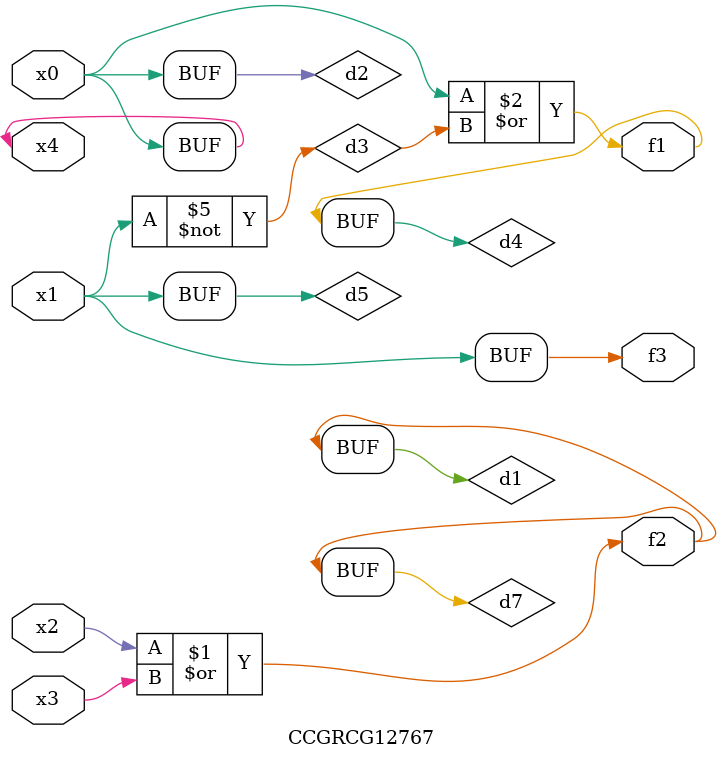
<source format=v>
module CCGRCG12767(
	input x0, x1, x2, x3, x4,
	output f1, f2, f3
);

	wire d1, d2, d3, d4, d5, d6, d7;

	or (d1, x2, x3);
	buf (d2, x0, x4);
	not (d3, x1);
	or (d4, d2, d3);
	not (d5, d3);
	nand (d6, d1, d3);
	or (d7, d1);
	assign f1 = d4;
	assign f2 = d7;
	assign f3 = d5;
endmodule

</source>
